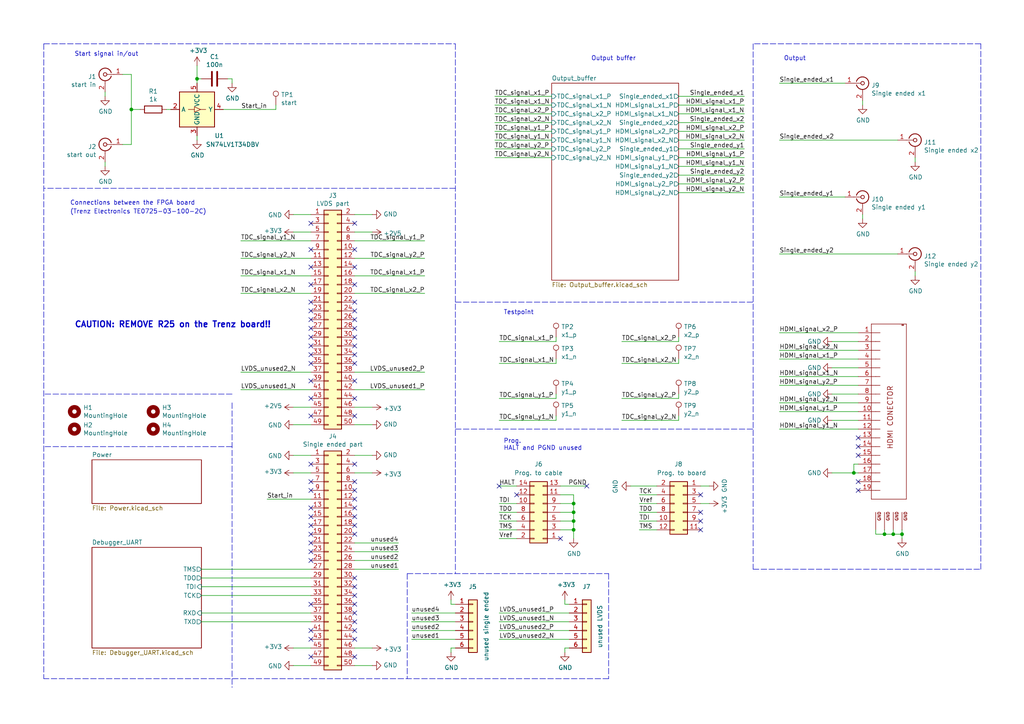
<source format=kicad_sch>
(kicad_sch (version 20211123) (generator eeschema)
  (paper "A4")
  (title_block (title "Electron Generator") (date "2022-02-28"))
  (lib_symbols
    (symbol "Connector:Conn_Coaxial" (pin_names (offset 1.016) hide)
      (property "Reference" "J" (at 0.254 3.048 0))
      (property "Value" "Connector_Conn_Coaxial" (at 2.921 0 90))
      (symbol "Conn_Coaxial_1_1"
        (pin passive line (at -5.08 0 0) (length 2.54) (name "In") (number "1"))
        (pin passive line (at 0 -5.08 90) (length 2.54) (name "Ext") (number "2"))
      )
    )
    (symbol "Connector:TestPoint" (pin_numbers hide) (pin_names (offset 0.762) hide)
      (property "Reference" "TP" (at 0 6.858 0))
      (property "Value" "Connector_TestPoint" (at 0 5.08 0))
      (symbol "TestPoint_1_1"
        (pin passive line (at 0 0 90) (length 2.54) (name "1") (number "1"))
      )
    )
    (symbol "Connector_Generic:Conn_01x06" (pin_names (offset 1.016) hide)
      (property "Reference" "J" (at 0 7.62 0))
      (property "Value" "Connector_Generic_Conn_01x06" (at 0 -10.16 0))
      (symbol "Conn_01x06_1_1"
        (pin passive line (at -5.08 5.08 0) (length 3.81) (name "Pin_1") (number "1"))
        (pin passive line (at -5.08 2.54 0) (length 3.81) (name "Pin_2") (number "2"))
        (pin passive line (at -5.08 0 0) (length 3.81) (name "Pin_3") (number "3"))
        (pin passive line (at -5.08 -2.54 0) (length 3.81) (name "Pin_4") (number "4"))
        (pin passive line (at -5.08 -5.08 0) (length 3.81) (name "Pin_5") (number "5"))
        (pin passive line (at -5.08 -7.62 0) (length 3.81) (name "Pin_6") (number "6"))
      )
    )
    (symbol "Connector_Generic:Conn_02x06_Odd_Even" (pin_names (offset 1.016) hide)
      (property "Reference" "J" (at 1.27 7.62 0))
      (property "Value" "Connector_Generic_Conn_02x06_Odd_Even" (at 1.27 -10.16 0))
      (symbol "Conn_02x06_Odd_Even_1_1"
        (pin passive line (at -5.08 5.08 0) (length 3.81) (name "Pin_1") (number "1"))
        (pin passive line (at 7.62 -5.08 180) (length 3.81) (name "Pin_10") (number "10"))
        (pin passive line (at -5.08 -7.62 0) (length 3.81) (name "Pin_11") (number "11"))
        (pin passive line (at 7.62 -7.62 180) (length 3.81) (name "Pin_12") (number "12"))
        (pin passive line (at 7.62 5.08 180) (length 3.81) (name "Pin_2") (number "2"))
        (pin passive line (at -5.08 2.54 0) (length 3.81) (name "Pin_3") (number "3"))
        (pin passive line (at 7.62 2.54 180) (length 3.81) (name "Pin_4") (number "4"))
        (pin passive line (at -5.08 0 0) (length 3.81) (name "Pin_5") (number "5"))
        (pin passive line (at 7.62 0 180) (length 3.81) (name "Pin_6") (number "6"))
        (pin passive line (at -5.08 -2.54 0) (length 3.81) (name "Pin_7") (number "7"))
        (pin passive line (at 7.62 -2.54 180) (length 3.81) (name "Pin_8") (number "8"))
        (pin passive line (at -5.08 -5.08 0) (length 3.81) (name "Pin_9") (number "9"))
      )
    )
    (symbol "Connector_Generic:Conn_02x07_Odd_Even" (pin_names (offset 1.016) hide)
      (property "Reference" "J" (at 1.27 10.16 0))
      (property "Value" "Connector_Generic_Conn_02x07_Odd_Even" (at 1.27 -10.16 0))
      (symbol "Conn_02x07_Odd_Even_1_1"
        (pin passive line (at -5.08 7.62 0) (length 3.81) (name "Pin_1") (number "1"))
        (pin passive line (at 7.62 -2.54 180) (length 3.81) (name "Pin_10") (number "10"))
        (pin passive line (at -5.08 -5.08 0) (length 3.81) (name "Pin_11") (number "11"))
        (pin passive line (at 7.62 -5.08 180) (length 3.81) (name "Pin_12") (number "12"))
        (pin passive line (at -5.08 -7.62 0) (length 3.81) (name "Pin_13") (number "13"))
        (pin passive line (at 7.62 -7.62 180) (length 3.81) (name "Pin_14") (number "14"))
        (pin passive line (at 7.62 7.62 180) (length 3.81) (name "Pin_2") (number "2"))
        (pin passive line (at -5.08 5.08 0) (length 3.81) (name "Pin_3") (number "3"))
        (pin passive line (at 7.62 5.08 180) (length 3.81) (name "Pin_4") (number "4"))
        (pin passive line (at -5.08 2.54 0) (length 3.81) (name "Pin_5") (number "5"))
        (pin passive line (at 7.62 2.54 180) (length 3.81) (name "Pin_6") (number "6"))
        (pin passive line (at -5.08 0 0) (length 3.81) (name "Pin_7") (number "7"))
        (pin passive line (at 7.62 0 180) (length 3.81) (name "Pin_8") (number "8"))
        (pin passive line (at -5.08 -2.54 0) (length 3.81) (name "Pin_9") (number "9"))
      )
    )
    (symbol "Connector_Generic:Conn_02x25_Odd_Even" (pin_names (offset 1.016) hide)
      (property "Reference" "J" (at 1.27 33.02 0))
      (property "Value" "Connector_Generic_Conn_02x25_Odd_Even" (at 1.27 -33.02 0))
      (symbol "Conn_02x25_Odd_Even_1_1"
        (pin passive line (at -5.08 30.48 0) (length 3.81) (name "Pin_1") (number "1"))
        (pin passive line (at 7.62 20.32 180) (length 3.81) (name "Pin_10") (number "10"))
        (pin passive line (at -5.08 17.78 0) (length 3.81) (name "Pin_11") (number "11"))
        (pin passive line (at 7.62 17.78 180) (length 3.81) (name "Pin_12") (number "12"))
        (pin passive line (at -5.08 15.24 0) (length 3.81) (name "Pin_13") (number "13"))
        (pin passive line (at 7.62 15.24 180) (length 3.81) (name "Pin_14") (number "14"))
        (pin passive line (at -5.08 12.7 0) (length 3.81) (name "Pin_15") (number "15"))
        (pin passive line (at 7.62 12.7 180) (length 3.81) (name "Pin_16") (number "16"))
        (pin passive line (at -5.08 10.16 0) (length 3.81) (name "Pin_17") (number "17"))
        (pin passive line (at 7.62 10.16 180) (length 3.81) (name "Pin_18") (number "18"))
        (pin passive line (at -5.08 7.62 0) (length 3.81) (name "Pin_19") (number "19"))
        (pin passive line (at 7.62 30.48 180) (length 3.81) (name "Pin_2") (number "2"))
        (pin passive line (at 7.62 7.62 180) (length 3.81) (name "Pin_20") (number "20"))
        (pin passive line (at -5.08 5.08 0) (length 3.81) (name "Pin_21") (number "21"))
        (pin passive line (at 7.62 5.08 180) (length 3.81) (name "Pin_22") (number "22"))
        (pin passive line (at -5.08 2.54 0) (length 3.81) (name "Pin_23") (number "23"))
        (pin passive line (at 7.62 2.54 180) (length 3.81) (name "Pin_24") (number "24"))
        (pin passive line (at -5.08 0 0) (length 3.81) (name "Pin_25") (number "25"))
        (pin passive line (at 7.62 0 180) (length 3.81) (name "Pin_26") (number "26"))
        (pin passive line (at -5.08 -2.54 0) (length 3.81) (name "Pin_27") (number "27"))
        (pin passive line (at 7.62 -2.54 180) (length 3.81) (name "Pin_28") (number "28"))
        (pin passive line (at -5.08 -5.08 0) (length 3.81) (name "Pin_29") (number "29"))
        (pin passive line (at -5.08 27.94 0) (length 3.81) (name "Pin_3") (number "3"))
        (pin passive line (at 7.62 -5.08 180) (length 3.81) (name "Pin_30") (number "30"))
        (pin passive line (at -5.08 -7.62 0) (length 3.81) (name "Pin_31") (number "31"))
        (pin passive line (at 7.62 -7.62 180) (length 3.81) (name "Pin_32") (number "32"))
        (pin passive line (at -5.08 -10.16 0) (length 3.81) (name "Pin_33") (number "33"))
        (pin passive line (at 7.62 -10.16 180) (length 3.81) (name "Pin_34") (number "34"))
        (pin passive line (at -5.08 -12.7 0) (length 3.81) (name "Pin_35") (number "35"))
        (pin passive line (at 7.62 -12.7 180) (length 3.81) (name "Pin_36") (number "36"))
        (pin passive line (at -5.08 -15.24 0) (length 3.81) (name "Pin_37") (number "37"))
        (pin passive line (at 7.62 -15.24 180) (length 3.81) (name "Pin_38") (number "38"))
        (pin passive line (at -5.08 -17.78 0) (length 3.81) (name "Pin_39") (number "39"))
        (pin passive line (at 7.62 27.94 180) (length 3.81) (name "Pin_4") (number "4"))
        (pin passive line (at 7.62 -17.78 180) (length 3.81) (name "Pin_40") (number "40"))
        (pin passive line (at -5.08 -20.32 0) (length 3.81) (name "Pin_41") (number "41"))
        (pin passive line (at 7.62 -20.32 180) (length 3.81) (name "Pin_42") (number "42"))
        (pin passive line (at -5.08 -22.86 0) (length 3.81) (name "Pin_43") (number "43"))
        (pin passive line (at 7.62 -22.86 180) (length 3.81) (name "Pin_44") (number "44"))
        (pin passive line (at -5.08 -25.4 0) (length 3.81) (name "Pin_45") (number "45"))
        (pin passive line (at 7.62 -25.4 180) (length 3.81) (name "Pin_46") (number "46"))
        (pin passive line (at -5.08 -27.94 0) (length 3.81) (name "Pin_47") (number "47"))
        (pin passive line (at 7.62 -27.94 180) (length 3.81) (name "Pin_48") (number "48"))
        (pin passive line (at -5.08 -30.48 0) (length 3.81) (name "Pin_49") (number "49"))
        (pin passive line (at -5.08 25.4 0) (length 3.81) (name "Pin_5") (number "5"))
        (pin passive line (at 7.62 -30.48 180) (length 3.81) (name "Pin_50") (number "50"))
        (pin passive line (at 7.62 25.4 180) (length 3.81) (name "Pin_6") (number "6"))
        (pin passive line (at -5.08 22.86 0) (length 3.81) (name "Pin_7") (number "7"))
        (pin passive line (at 7.62 22.86 180) (length 3.81) (name "Pin_8") (number "8"))
        (pin passive line (at -5.08 20.32 0) (length 3.81) (name "Pin_9") (number "9"))
      )
    )
    (symbol "Device:C" (pin_numbers hide) (pin_names (offset 0.254))
      (property "Reference" "C" (at 0.635 2.54 0))
      (property "Value" "Device_C" (at 0.635 -2.54 0))
      (symbol "C_1_1"
        (pin passive line (at 0 3.81 270) (length 2.794) (name "~") (number "1"))
        (pin passive line (at 0 -3.81 90) (length 2.794) (name "~") (number "2"))
      )
    )
    (symbol "Device:R" (pin_numbers hide) (pin_names (offset 0))
      (property "Reference" "R" (at 2.032 0 90))
      (property "Value" "Device_R" (at 0 0 90))
      (symbol "R_1_1"
        (pin passive line (at 0 3.81 270) (length 1.27) (name "~") (number "1"))
        (pin passive line (at 0 -3.81 90) (length 1.27) (name "~") (number "2"))
      )
    )
    (symbol "ML-DLD_CFD-TestBench_V1.0-eagle-import:HDMI_CONNECTOR90°" (pin_names (offset 1.016))
      (symbol "HDMI_CONNECTOR90°_1_0"
        (text "BB" (at -18.3642 -24.892 0) (effects (font (size 0.3302 0.3302)) (justify left bottom)))
        (text "HDMI CONECTOR" (at -15.24 -7.62 900) (effects (font (size 1.4986 1.4986)) (justify left bottom)))
        (pin passive line (at -5.08 -22.86 180) (length 5.08) (name "1") (number "1"))
        (pin passive line (at -5.08 0 180) (length 5.08) (name "10") (number "10"))
        (pin passive line (at -5.08 2.54 180) (length 5.08) (name "11") (number "11"))
        (pin passive line (at -5.08 5.08 180) (length 5.08) (name "12") (number "12"))
        (pin passive line (at -5.08 7.62 180) (length 5.08) (name "13") (number "13"))
        (pin passive line (at -5.08 10.16 180) (length 5.08) (name "14") (number "14"))
        (pin passive line (at -5.08 12.7 180) (length 5.08) (name "15") (number "15"))
        (pin passive line (at -5.08 15.24 180) (length 5.08) (name "16") (number "16"))
        (pin passive line (at -5.08 17.78 180) (length 5.08) (name "17") (number "17"))
        (pin passive line (at -5.08 20.32 180) (length 5.08) (name "18") (number "18"))
        (pin passive line (at -5.08 22.86 180) (length 5.08) (name "19") (number "19"))
        (pin passive line (at -5.08 -20.32 180) (length 5.08) (name "2") (number "2"))
        (pin passive line (at -5.08 -17.78 180) (length 5.08) (name "3") (number "3"))
        (pin passive line (at -5.08 -15.24 180) (length 5.08) (name "4") (number "4"))
        (pin passive line (at -5.08 -12.7 180) (length 5.08) (name "5") (number "5"))
        (pin passive line (at -5.08 -10.16 180) (length 5.08) (name "6") (number "6"))
        (pin passive line (at -5.08 -7.62 180) (length 5.08) (name "7") (number "7"))
        (pin passive line (at -5.08 -5.08 180) (length 5.08) (name "8") (number "8"))
        (pin passive line (at -5.08 -2.54 180) (length 5.08) (name "9") (number "9"))
      )
      (symbol "HDMI_CONNECTOR90°_2_0"
        (text "GND" (at 1.524 2.54 900) (effects (font (size 0.8636 0.8636)) (justify left bottom)))
        (pin power_in line (at 0 0 90) (length 5.08) (name "GND") (number "P$1"))
      )
      (symbol "HDMI_CONNECTOR90°_3_0"
        (text "GND" (at 1.524 2.54 900) (effects (font (size 0.8636 0.8636)) (justify left bottom)))
        (pin power_in line (at 0 0 90) (length 5.08) (name "GND") (number "P$2"))
      )
      (symbol "HDMI_CONNECTOR90°_4_0"
        (text "GND" (at 1.524 2.54 900) (effects (font (size 0.8636 0.8636)) (justify left bottom)))
        (pin power_in line (at 0 0 90) (length 5.08) (name "GND") (number "P$3"))
      )
      (symbol "HDMI_CONNECTOR90°_5_0"
        (text "GND" (at 1.524 2.54 900) (effects (font (size 0.8636 0.8636)) (justify left bottom)))
        (pin power_in line (at 0 0 90) (length 5.08) (name "GND") (number "P$4"))
      )
    )
    (symbol "Mechanical:MountingHole" (pin_names (offset 1.016))
      (property "Reference" "H" (at 0 5.08 0))
      (property "Value" "Mechanical_MountingHole" (at 0 3.175 0))
    )
    (symbol "SN74LV1:SN74LV1T34DBV"
      (property "Reference" "U" (at 5.08 6.35 0))
      (property "Value" "SN74LV1T34DBV" (at 5.08 3.81 0))
      (symbol "SN74LV1T34DBV_1_1"
        (pin no_connect line (at -5.08 2.54 0) (length 2.54) hide (name "NC") (number "1"))
        (pin input line (at -7.62 0 0) (length 2.54) (name "A") (number "2"))
        (pin power_in line (at 0 -7.62 90) (length 2.54) (name "GND") (number "3"))
        (pin output line (at 7.62 0 180) (length 2.54) (name "Y") (number "4"))
        (pin power_in line (at 0 7.62 270) (length 2.54) (name "VCC") (number "5"))
      )
    )
    (symbol "power:+2V5" (power) (pin_names (offset 0))
      (property "Value" "power_+2V5" (at 0 3.556 0))
      (symbol "+2V5_1_1"
        (pin power_in line (at 0 0 90) (length 0) hide (name "+2V5") (number "1"))
      )
    )
    (symbol "power:+3.3V" (power) (pin_names (offset 0))
      (property "Value" "power_+3.3V" (at 0 3.556 0))
      (symbol "+3.3V_1_1"
        (pin power_in line (at 0 0 90) (length 0) hide (name "+3V3") (number "1"))
      )
    )
    (symbol "power:GND" (power) (pin_names (offset 0))
      (property "Value" "power_GND" (at 0 -3.81 0))
      (symbol "GND_1_1"
        (pin power_in line (at 0 0 270) (length 0) hide (name "GND") (number "1"))
      )
    )
  )
  (junction (at 38.1 31.75))
  (junction (at 166.37 146.05))
  (junction (at 57.15 22.86))
  (junction (at 166.37 148.59))
  (junction (at 261.62 154.94))
  (junction (at 256.54 154.94))
  (junction (at 166.37 151.13))
  (junction (at 166.37 153.67))
  (junction (at 247.65 137.16))
  (junction (at 259.08 154.94))
  (no_connect (at 102.87 190.5))
  (no_connect (at 102.87 182.88))
  (no_connect (at 102.87 180.34))
  (no_connect (at 102.87 170.18))
  (no_connect (at 90.17 162.56))
  (no_connect (at 102.87 100.33))
  (no_connect (at 170.18 140.97))
  (no_connect (at 102.87 185.42))
  (no_connect (at 248.92 132.08))
  (no_connect (at 90.17 64.77))
  (no_connect (at 102.87 154.94))
  (no_connect (at 90.17 120.65))
  (no_connect (at 102.87 64.77))
  (no_connect (at 90.17 149.86))
  (no_connect (at 102.87 177.8))
  (no_connect (at 149.86 143.51))
  (no_connect (at 102.87 142.24))
  (no_connect (at 102.87 172.72))
  (no_connect (at 102.87 95.25))
  (no_connect (at 90.17 102.87))
  (no_connect (at 90.17 160.02))
  (no_connect (at 102.87 167.64))
  (no_connect (at 203.2 153.67))
  (no_connect (at 90.17 139.7))
  (no_connect (at 90.17 77.47))
  (no_connect (at 90.17 185.42))
  (no_connect (at 90.17 100.33))
  (no_connect (at 90.17 87.63))
  (no_connect (at 203.2 148.59))
  (no_connect (at 90.17 82.55))
  (no_connect (at 102.87 115.57))
  (no_connect (at 90.17 190.5))
  (no_connect (at 90.17 134.62))
  (no_connect (at 102.87 90.17))
  (no_connect (at 102.87 105.41))
  (no_connect (at 90.17 105.41))
  (no_connect (at 102.87 144.78))
  (no_connect (at 90.17 175.26))
  (no_connect (at 203.2 151.13))
  (no_connect (at 102.87 77.47))
  (no_connect (at 102.87 139.7))
  (no_connect (at 90.17 97.79))
  (no_connect (at 90.17 90.17))
  (no_connect (at 102.87 97.79))
  (no_connect (at 203.2 143.51))
  (no_connect (at 102.87 147.32))
  (no_connect (at 90.17 115.57))
  (no_connect (at 102.87 134.62))
  (no_connect (at 90.17 182.88))
  (no_connect (at 90.17 157.48))
  (no_connect (at 90.17 110.49))
  (no_connect (at 102.87 92.71))
  (no_connect (at 90.17 142.24))
  (no_connect (at 102.87 110.49))
  (no_connect (at 248.92 142.24))
  (no_connect (at 102.87 149.86))
  (no_connect (at 90.17 95.25))
  (no_connect (at 102.87 120.65))
  (no_connect (at 90.17 147.32))
  (no_connect (at 162.56 156.21))
  (no_connect (at 102.87 102.87))
  (no_connect (at 90.17 72.39))
  (no_connect (at 248.92 139.7))
  (no_connect (at 102.87 82.55))
  (no_connect (at 248.92 129.54))
  (no_connect (at 90.17 152.4))
  (no_connect (at 90.17 92.71))
  (no_connect (at 144.78 140.97))
  (no_connect (at 248.92 127))
  (no_connect (at 102.87 175.26))
  (no_connect (at 102.87 87.63))
  (no_connect (at 90.17 154.94))
  (no_connect (at 102.87 152.4))
  (no_connect (at 102.87 72.39))
  (wire (pts (xy 180.34 115.57) (xy 196.85 115.57)))
  (wire (pts (xy 119.38 177.8) (xy 132.08 177.8)))
  (wire (pts (xy 250.19 30.48) (xy 250.19 29.21)))
  (wire (pts (xy 196.85 30.48) (xy 215.9 30.48)))
  (polyline (pts (xy 67.31 114.3) (xy 12.7 114.3)))
  (wire (pts (xy 90.17 118.11) (xy 85.09 118.11)))
  (wire (pts (xy 30.48 27.94) (xy 30.48 26.67)))
  (polyline (pts (xy 132.08 87.63) (xy 218.44 87.63)))
  (wire (pts (xy 261.62 154.94) (xy 261.62 153.67)))
  (wire (pts (xy 144.78 156.21) (xy 149.86 156.21)))
  (wire (pts (xy 260.35 73.66) (xy 226.06 73.66)))
  (wire (pts (xy 132.08 187.96) (xy 130.81 187.96)))
  (wire (pts (xy 69.85 74.93) (xy 90.17 74.93)))
  (wire (pts (xy 162.56 146.05) (xy 166.37 146.05)))
  (wire (pts (xy 226.06 119.38) (xy 248.92 119.38)))
  (wire (pts (xy 115.57 162.56) (xy 102.87 162.56)))
  (wire (pts (xy 166.37 153.67) (xy 162.56 153.67)))
  (wire (pts (xy 182.88 140.97) (xy 190.5 140.97)))
  (wire (pts (xy 162.56 151.13) (xy 166.37 151.13)))
  (wire (pts (xy 102.87 193.04) (xy 107.95 193.04)))
  (wire (pts (xy 196.85 50.8) (xy 215.9 50.8)))
  (polyline (pts (xy 218.44 12.7) (xy 218.44 165.1)))
  (polyline (pts (xy 118.11 166.37) (xy 118.11 196.85)))
  (wire (pts (xy 166.37 143.51) (xy 162.56 143.51)))
  (polyline (pts (xy 132.08 124.46) (xy 218.44 124.46)))
  (wire (pts (xy 248.92 114.3) (xy 241.3 114.3)))
  (wire (pts (xy 69.85 85.09) (xy 90.17 85.09)))
  (wire (pts (xy 248.92 134.62) (xy 247.65 134.62)))
  (wire (pts (xy 226.06 109.22) (xy 248.92 109.22)))
  (wire (pts (xy 90.17 187.96) (xy 85.09 187.96)))
  (wire (pts (xy 215.9 40.64) (xy 196.85 40.64)))
  (wire (pts (xy 250.19 63.5) (xy 250.19 62.23)))
  (wire (pts (xy 163.83 187.96) (xy 165.1 187.96)))
  (wire (pts (xy 85.09 132.08) (xy 90.17 132.08)))
  (wire (pts (xy 144.78 180.34) (xy 165.1 180.34)))
  (wire (pts (xy 185.42 143.51) (xy 190.5 143.51)))
  (wire (pts (xy 161.29 99.06) (xy 161.29 97.79)))
  (wire (pts (xy 162.56 140.97) (xy 170.18 140.97)))
  (wire (pts (xy 115.57 157.48) (xy 102.87 157.48)))
  (wire (pts (xy 30.48 48.26) (xy 30.48 46.99)))
  (wire (pts (xy 119.38 180.34) (xy 132.08 180.34)))
  (wire (pts (xy 130.81 175.26) (xy 132.08 175.26)))
  (wire (pts (xy 161.29 105.41) (xy 161.29 104.14)))
  (wire (pts (xy 248.92 124.46) (xy 226.06 124.46)))
  (wire (pts (xy 163.83 175.26) (xy 163.83 173.99)))
  (wire (pts (xy 166.37 146.05) (xy 166.37 143.51)))
  (polyline (pts (xy 218.44 165.1) (xy 284.48 165.1)))
  (polyline (pts (xy 118.11 166.37) (xy 176.53 166.37)))
  (wire (pts (xy 143.51 45.72) (xy 160.02 45.72)))
  (wire (pts (xy 226.06 101.6) (xy 248.92 101.6)))
  (wire (pts (xy 196.85 35.56) (xy 215.9 35.56)))
  (wire (pts (xy 143.51 35.56) (xy 160.02 35.56)))
  (wire (pts (xy 196.85 115.57) (xy 196.85 114.3)))
  (wire (pts (xy 248.92 121.92) (xy 241.3 121.92)))
  (polyline (pts (xy 176.53 196.85) (xy 12.7 196.85)))
  (wire (pts (xy 107.95 187.96) (xy 102.87 187.96)))
  (wire (pts (xy 180.34 121.92) (xy 196.85 121.92)))
  (wire (pts (xy 260.35 40.64) (xy 226.06 40.64)))
  (wire (pts (xy 119.38 185.42) (xy 132.08 185.42)))
  (wire (pts (xy 115.57 165.1) (xy 102.87 165.1)))
  (wire (pts (xy 248.92 104.14) (xy 226.06 104.14)))
  (wire (pts (xy 102.87 74.93) (xy 123.19 74.93)))
  (wire (pts (xy 57.15 22.86) (xy 57.15 19.05)))
  (wire (pts (xy 102.87 85.09) (xy 123.19 85.09)))
  (wire (pts (xy 90.17 144.78) (xy 77.47 144.78)))
  (polyline (pts (xy 176.53 166.37) (xy 176.53 196.85)))
  (polyline (pts (xy 284.48 12.7) (xy 218.44 12.7)))
  (wire (pts (xy 144.78 115.57) (xy 161.29 115.57)))
  (wire (pts (xy 196.85 105.41) (xy 196.85 104.14)))
  (wire (pts (xy 69.85 80.01) (xy 90.17 80.01)))
  (wire (pts (xy 90.17 62.23) (xy 85.09 62.23)))
  (wire (pts (xy 149.86 153.67) (xy 144.78 153.67)))
  (wire (pts (xy 205.74 140.97) (xy 203.2 140.97)))
  (wire (pts (xy 102.87 118.11) (xy 107.95 118.11)))
  (wire (pts (xy 166.37 153.67) (xy 166.37 151.13)))
  (wire (pts (xy 85.09 123.19) (xy 90.17 123.19)))
  (wire (pts (xy 58.42 177.8) (xy 90.17 177.8)))
  (wire (pts (xy 165.1 175.26) (xy 163.83 175.26)))
  (wire (pts (xy 180.34 99.06) (xy 196.85 99.06)))
  (polyline (pts (xy 67.31 116.84) (xy 67.31 199.39)))
  (wire (pts (xy 196.85 121.92) (xy 196.85 120.65)))
  (wire (pts (xy 90.17 67.31) (xy 85.09 67.31)))
  (wire (pts (xy 144.78 146.05) (xy 149.86 146.05)))
  (wire (pts (xy 248.92 99.06) (xy 241.3 99.06)))
  (wire (pts (xy 259.08 154.94) (xy 259.08 153.67)))
  (wire (pts (xy 161.29 115.57) (xy 161.29 114.3)))
  (wire (pts (xy 144.78 105.41) (xy 161.29 105.41)))
  (wire (pts (xy 57.15 40.64) (xy 57.15 39.37)))
  (polyline (pts (xy 284.48 165.1) (xy 284.48 12.7)))
  (wire (pts (xy 67.31 24.13) (xy 67.31 22.86)))
  (wire (pts (xy 265.43 80.01) (xy 265.43 78.74)))
  (wire (pts (xy 205.74 146.05) (xy 203.2 146.05)))
  (wire (pts (xy 58.42 165.1) (xy 90.17 165.1)))
  (wire (pts (xy 102.87 107.95) (xy 123.19 107.95)))
  (wire (pts (xy 35.56 41.91) (xy 38.1 41.91)))
  (wire (pts (xy 261.62 156.21) (xy 261.62 154.94)))
  (wire (pts (xy 166.37 156.21) (xy 166.37 153.67)))
  (wire (pts (xy 248.92 96.52) (xy 226.06 96.52)))
  (wire (pts (xy 143.51 38.1) (xy 160.02 38.1)))
  (wire (pts (xy 149.86 148.59) (xy 144.78 148.59)))
  (wire (pts (xy 247.65 137.16) (xy 248.92 137.16)))
  (wire (pts (xy 226.06 24.13) (xy 245.11 24.13)))
  (polyline (pts (xy 67.31 129.54) (xy 12.7 129.54)))
  (wire (pts (xy 57.15 22.86) (xy 57.15 24.13)))
  (wire (pts (xy 180.34 105.41) (xy 196.85 105.41)))
  (wire (pts (xy 259.08 154.94) (xy 256.54 154.94)))
  (wire (pts (xy 69.85 107.95) (xy 90.17 107.95)))
  (wire (pts (xy 261.62 154.94) (xy 259.08 154.94)))
  (wire (pts (xy 215.9 27.94) (xy 196.85 27.94)))
  (wire (pts (xy 241.3 137.16) (xy 247.65 137.16)))
  (wire (pts (xy 102.87 113.03) (xy 123.19 113.03)))
  (wire (pts (xy 144.78 140.97) (xy 149.86 140.97)))
  (wire (pts (xy 107.95 123.19) (xy 102.87 123.19)))
  (wire (pts (xy 166.37 148.59) (xy 166.37 146.05)))
  (wire (pts (xy 196.85 53.34) (xy 215.9 53.34)))
  (wire (pts (xy 80.01 30.48) (xy 80.01 31.75)))
  (wire (pts (xy 226.06 57.15) (xy 245.11 57.15)))
  (wire (pts (xy 107.95 62.23) (xy 102.87 62.23)))
  (wire (pts (xy 102.87 80.01) (xy 123.19 80.01)))
  (wire (pts (xy 256.54 154.94) (xy 256.54 153.67)))
  (wire (pts (xy 38.1 21.59) (xy 35.56 21.59)))
  (wire (pts (xy 85.09 193.04) (xy 90.17 193.04)))
  (wire (pts (xy 166.37 148.59) (xy 162.56 148.59)))
  (wire (pts (xy 119.38 182.88) (xy 132.08 182.88)))
  (wire (pts (xy 102.87 132.08) (xy 107.95 132.08)))
  (wire (pts (xy 90.17 137.16) (xy 85.09 137.16)))
  (wire (pts (xy 196.85 45.72) (xy 215.9 45.72)))
  (wire (pts (xy 90.17 180.34) (xy 58.42 180.34)))
  (wire (pts (xy 90.17 167.64) (xy 58.42 167.64)))
  (polyline (pts (xy 132.08 54.61) (xy 12.7 54.61)))
  (wire (pts (xy 143.51 27.94) (xy 160.02 27.94)))
  (wire (pts (xy 166.37 151.13) (xy 166.37 148.59)))
  (wire (pts (xy 196.85 43.18) (xy 215.9 43.18)))
  (wire (pts (xy 144.78 121.92) (xy 161.29 121.92)))
  (wire (pts (xy 196.85 99.06) (xy 196.85 97.79)))
  (wire (pts (xy 185.42 151.13) (xy 190.5 151.13)))
  (wire (pts (xy 247.65 134.62) (xy 247.65 137.16)))
  (wire (pts (xy 185.42 153.67) (xy 190.5 153.67)))
  (wire (pts (xy 215.9 33.02) (xy 196.85 33.02)))
  (wire (pts (xy 67.31 22.86) (xy 66.04 22.86)))
  (wire (pts (xy 102.87 69.85) (xy 123.19 69.85)))
  (wire (pts (xy 38.1 31.75) (xy 38.1 21.59)))
  (wire (pts (xy 163.83 189.23) (xy 163.83 187.96)))
  (wire (pts (xy 143.51 43.18) (xy 160.02 43.18)))
  (wire (pts (xy 69.85 69.85) (xy 90.17 69.85)))
  (polyline (pts (xy 12.7 12.7) (xy 12.7 196.85)))
  (wire (pts (xy 143.51 33.02) (xy 160.02 33.02)))
  (wire (pts (xy 196.85 38.1) (xy 215.9 38.1)))
  (wire (pts (xy 69.85 113.03) (xy 90.17 113.03)))
  (wire (pts (xy 248.92 106.68) (xy 241.3 106.68)))
  (wire (pts (xy 185.42 146.05) (xy 190.5 146.05)))
  (wire (pts (xy 38.1 41.91) (xy 38.1 31.75)))
  (wire (pts (xy 58.42 22.86) (xy 57.15 22.86)))
  (wire (pts (xy 254 154.94) (xy 254 153.67)))
  (wire (pts (xy 248.92 111.76) (xy 226.06 111.76)))
  (wire (pts (xy 115.57 160.02) (xy 102.87 160.02)))
  (wire (pts (xy 215.9 48.26) (xy 196.85 48.26)))
  (wire (pts (xy 144.78 151.13) (xy 149.86 151.13)))
  (wire (pts (xy 144.78 185.42) (xy 165.1 185.42)))
  (wire (pts (xy 64.77 31.75) (xy 80.01 31.75)))
  (wire (pts (xy 161.29 121.92) (xy 161.29 120.65)))
  (wire (pts (xy 265.43 46.99) (xy 265.43 45.72)))
  (polyline (pts (xy 12.7 12.7) (xy 132.08 12.7)))
  (wire (pts (xy 185.42 148.59) (xy 190.5 148.59)))
  (wire (pts (xy 130.81 173.99) (xy 130.81 175.26)))
  (wire (pts (xy 226.06 116.84) (xy 248.92 116.84)))
  (wire (pts (xy 102.87 67.31) (xy 107.95 67.31)))
  (wire (pts (xy 107.95 137.16) (xy 102.87 137.16)))
  (polyline (pts (xy 132.08 12.7) (xy 132.08 166.37)))
  (wire (pts (xy 130.81 187.96) (xy 130.81 189.23)))
  (wire (pts (xy 143.51 40.64) (xy 160.02 40.64)))
  (wire (pts (xy 90.17 172.72) (xy 58.42 172.72)))
  (wire (pts (xy 165.1 182.88) (xy 144.78 182.88)))
  (wire (pts (xy 165.1 177.8) (xy 144.78 177.8)))
  (wire (pts (xy 58.42 170.18) (xy 90.17 170.18)))
  (wire (pts (xy 144.78 99.06) (xy 161.29 99.06)))
  (wire (pts (xy 143.51 30.48) (xy 160.02 30.48)))
  (wire (pts (xy 215.9 55.88) (xy 196.85 55.88)))
  (wire (pts (xy 40.64 31.75) (xy 38.1 31.75)))
  (wire (pts (xy 256.54 154.94) (xy 254 154.94)))
  (wire (pts (xy 48.26 31.75) (xy 49.53 31.75)))
  (text "Prog.\nHALT and PGND unused" (at 146.05 130.81 0) (effects (font (size 1.27 1.27)) (justify left bottom)))
  (text "Output" (at 227.33 17.78 0) (effects (font (size 1.27 1.27)) (justify left bottom)))
  (text "Output buffer" (at 171.45 17.78 0) (effects (font (size 1.27 1.27)) (justify left bottom)))
  (text "CAUTION: REMOVE R25 on the Trenz board!!" (at 21.59 95.25 0) (effects (font (size 1.7 1.7) (thickness 0.34) bold) (justify left bottom)))
  (text "Testpoint\n" (at 146.05 91.44 0) (effects (font (size 1.27 1.27)) (justify left bottom)))
  (text "Connections between the FPGA board" (at 20.32 59.69 0) (effects (font (size 1.27 1.27)) (justify left bottom)))
  (text "(Trenz Electronics TE0725-03-100-2C)" (at 20.32 62.23 0) (effects (font (size 1.27 1.27)) (justify left bottom)))
  (text "Start signal in/out" (at 21.59 16.51 0) (effects (font (size 1.27 1.27)) (justify left bottom)))
  (label "TDC_signal_x2_P" (at 123.19 85.09 180))
  (label "TDC_signal_y1_P" (at 144.78 115.57 0))
  (label "HDMI_signal_y1_N" (at 215.9 48.26 180))
  (label "HDMI_signal_y2_N" (at 215.9 55.88 180))
  (label "TDC_signal_x1_P" (at 143.51 27.94 0))
  (label "TDC_signal_y2_N" (at 180.34 121.92 0))
  (label "unused1" (at 115.57 165.1 180))
  (label "HDMI_signal_y1_P" (at 215.9 45.72 180))
  (label "TMS" (at 144.78 153.67 0))
  (label "LVDS_unused2_P" (at 123.19 107.95 180))
  (label "TDC_signal_x1_N" (at 143.51 30.48 0))
  (label "HDMI_signal_x2_P" (at 226.06 96.52 0))
  (label "TDC_signal_x2_N" (at 69.85 85.09 0))
  (label "Single_ended_y1" (at 226.06 57.15 0))
  (label "TDC_signal_x1_N" (at 144.78 105.41 0))
  (label "TDC_signal_y1_P" (at 123.19 69.85 180))
  (label "LVDS_unused1_N" (at 69.85 113.03 0))
  (label "HALT" (at 144.78 140.97 0))
  (label "TDC_signal_x2_P" (at 180.34 99.06 0))
  (label "Single_ended_x2" (at 215.9 35.56 180))
  (label "TDC_signal_y1_N" (at 69.85 69.85 0))
  (label "HDMI_signal_y1_P" (at 226.06 119.38 0))
  (label "TCK" (at 185.42 143.51 0))
  (label "Single_ended_x2" (at 226.06 40.64 0))
  (label "HDMI_signal_y2_P" (at 215.9 53.34 180))
  (label "TDO" (at 185.42 148.59 0))
  (label "HDMI_signal_y1_N" (at 226.06 124.46 0))
  (label "Vref" (at 185.42 146.05 0))
  (label "TDC_signal_x1_P" (at 123.19 80.01 180))
  (label "Single_ended_y2" (at 215.9 50.8 180))
  (label "HDMI_signal_x1_N" (at 226.06 109.22 0))
  (label "Start_in" (at 77.47 31.75 180))
  (label "unused4" (at 119.38 177.8 0))
  (label "unused4" (at 115.57 157.48 180))
  (label "Vref" (at 144.78 156.21 0))
  (label "LVDS_unused2_P" (at 144.78 182.88 0))
  (label "LVDS_unused2_N" (at 69.85 107.95 0))
  (label "PGND" (at 170.18 140.97 180))
  (label "TDC_signal_y1_N" (at 143.51 40.64 0))
  (label "TDC_signal_x2_N" (at 180.34 105.41 0))
  (label "TDC_signal_y2_N" (at 69.85 74.93 0))
  (label "TDC_signal_y2_P" (at 123.19 74.93 180))
  (label "HDMI_signal_x2_N" (at 226.06 101.6 0))
  (label "TDC_signal_y2_N" (at 143.51 45.72 0))
  (label "TDC_signal_y1_N" (at 144.78 121.92 0))
  (label "LVDS_unused1_P" (at 144.78 177.8 0))
  (label "TDC_signal_x2_P" (at 143.51 33.02 0))
  (label "unused1" (at 119.38 185.42 0))
  (label "LVDS_unused1_N" (at 144.78 180.34 0))
  (label "TDO" (at 144.78 148.59 0))
  (label "TCK" (at 144.78 151.13 0))
  (label "HDMI_signal_x2_N" (at 215.9 40.64 180))
  (label "Single_ended_y1" (at 215.9 43.18 180))
  (label "unused2" (at 119.38 182.88 0))
  (label "TDI" (at 185.42 151.13 0))
  (label "LVDS_unused2_N" (at 144.78 185.42 0))
  (label "Single_ended_x1" (at 215.9 27.94 180))
  (label "unused3" (at 119.38 180.34 0))
  (label "unused2" (at 115.57 162.56 180))
  (label "TDC_signal_x2_N" (at 143.51 35.56 0))
  (label "HDMI_signal_y2_P" (at 226.06 111.76 0))
  (label "HDMI_signal_y2_N" (at 226.06 116.84 0))
  (label "HDMI_signal_x1_P" (at 226.06 104.14 0))
  (label "Single_ended_x1" (at 226.06 24.13 0))
  (label "TMS" (at 185.42 153.67 0))
  (label "TDC_signal_y2_P" (at 143.51 43.18 0))
  (label "HDMI_signal_x1_N" (at 215.9 33.02 180))
  (label "TDC_signal_y2_P" (at 180.34 115.57 0))
  (label "Single_ended_y2" (at 226.06 73.66 0))
  (label "HDMI_signal_x2_P" (at 215.9 38.1 180))
  (label "TDI" (at 144.78 146.05 0))
  (label "TDC_signal_x1_N" (at 69.85 80.01 0))
  (label "HDMI_signal_x1_P" (at 215.9 30.48 180))
  (label "TDC_signal_x1_P" (at 144.78 99.06 0))
  (label "LVDS_unused1_P" (at 123.19 113.03 180))
  (label "Start_in" (at 77.47 144.78 0))
  (label "unused3" (at 115.57 160.02 180))
  (label "TDC_signal_y1_P" (at 143.51 38.1 0))
  (symbol (lib_id "Connector_Generic:Conn_02x25_Odd_Even") (at 95.25 92.71 0) (unit 1)
    (property "Reference" "J3" (at 96.52 56.7182 0))
    (property "Value" "LVDS part" (at 96.52 59.0296 0))
    (property "Footprint" "Connector_PinSocket_2.54mm:PinSocket_2x25_P2.54mm_Vertical" (effects hide))
  )
  (symbol (lib_id "Connector_Generic:Conn_02x25_Odd_Even") (at 95.25 162.56 0) (unit 1)
    (property "Reference" "J4" (at 96.52 126.5682 0))
    (property "Value" "Single ended part" (at 96.52 128.8796 0))
    (property "Footprint" "Connector_PinSocket_2.54mm:PinSocket_2x25_P2.54mm_Vertical" (effects hide))
  )
  (symbol (lib_id "power:GND") (at 107.95 62.23 90) (unit 1)
    (property "Reference" "#PWR014" (effects hide))
    (property "Value" "GND" (at 111.2012 62.103 90) (effects (justify right)))
  )
  (symbol (lib_id "power:GND") (at 85.09 62.23 270) (unit 1)
    (property "Reference" "#PWR06" (effects hide))
    (property "Value" "GND" (at 81.8388 62.357 90) (effects (justify right)))
  )
  (symbol (lib_id "power:GND") (at 85.09 132.08 270) (unit 1)
    (property "Reference" "#PWR010" (effects hide))
    (property "Value" "GND" (at 81.8388 132.207 90) (effects (justify right)))
  )
  (symbol (lib_id "power:GND") (at 107.95 132.08 90) (unit 1)
    (property "Reference" "#PWR018" (effects hide))
    (property "Value" "GND" (at 111.2012 131.953 90) (effects (justify right)))
  )
  (symbol (lib_id "power:GND") (at 107.95 193.04 90) (unit 1)
    (property "Reference" "#PWR021" (effects hide))
    (property "Value" "GND" (at 111.2012 192.913 90) (effects (justify right)))
  )
  (symbol (lib_id "power:GND") (at 85.09 193.04 270) (unit 1)
    (property "Reference" "#PWR013" (effects hide))
    (property "Value" "GND" (at 81.8388 193.167 90) (effects (justify right)))
  )
  (symbol (lib_id "power:GND") (at 85.09 123.19 270) (unit 1)
    (property "Reference" "#PWR09" (effects hide))
    (property "Value" "GND" (at 81.8388 123.317 90) (effects (justify right)))
  )
  (symbol (lib_id "power:GND") (at 107.95 123.19 90) (unit 1)
    (property "Reference" "#PWR017" (effects hide))
    (property "Value" "GND" (at 111.2012 123.063 90) (effects (justify right)))
  )
  (symbol (lib_id "power:+3.3V") (at 85.09 67.31 90) (unit 1)
    (property "Reference" "#PWR07" (effects hide))
    (property "Value" "+3.3V" (at 81.8388 66.929 90) (effects (justify left)))
  )
  (symbol (lib_id "power:+3.3V") (at 107.95 118.11 270) (unit 1)
    (property "Reference" "#PWR016" (effects hide))
    (property "Value" "+3.3V" (at 111.2012 118.491 90) (effects (justify left)))
  )
  (symbol (lib_id "power:+3.3V") (at 85.09 187.96 90) (unit 1)
    (property "Reference" "#PWR012" (effects hide))
    (property "Value" "+3.3V" (at 81.8388 187.579 90) (effects (justify left)))
  )
  (symbol (lib_id "power:+3.3V") (at 107.95 187.96 270) (unit 1)
    (property "Reference" "#PWR020" (effects hide))
    (property "Value" "+3.3V" (at 111.2012 188.341 90) (effects (justify left)))
  )
  (symbol (lib_id "power:+3.3V") (at 107.95 137.16 270) (unit 1)
    (property "Reference" "#PWR019" (effects hide))
    (property "Value" "+3.3V" (at 111.2012 137.541 90) (effects (justify left)))
  )
  (symbol (lib_id "power:+3.3V") (at 85.09 137.16 90) (unit 1)
    (property "Reference" "#PWR011" (effects hide))
    (property "Value" "+3.3V" (at 81.8388 136.779 90) (effects (justify left)))
  )
  (symbol (lib_id "power:+2V5") (at 107.95 67.31 270) (unit 1)
    (property "Reference" "#PWR015" (effects hide))
    (property "Value" "+2V5" (at 111.2012 67.691 90) (effects (justify left)))
  )
  (symbol (lib_id "power:+2V5") (at 85.09 118.11 90) (unit 1)
    (property "Reference" "#PWR08" (effects hide))
    (property "Value" "+2V5" (at 81.8388 117.729 90) (effects (justify left)))
  )
  (symbol (lib_id "ML-DLD_CFD-TestBench_V1.0-eagle-import:HDMI_CONNECTOR90°") (at 243.84 119.38 180) (unit 1)
    (property "Reference" "ST1" (effects hide))
    (property "Value" "HDMI_CONNECTOR90°" (effects hide))
    (property "Footprint" "footprint:HDMI_90_SMD" (effects hide))
    (property "Lieferant" "Mouser" (effects hide))
    (property "Bestellnummer" "502-RAHHD19TR" (effects hide))
  )
  (symbol (lib_id "ML-DLD_CFD-TestBench_V1.0-eagle-import:HDMI_CONNECTOR90°") (at 254 153.67 0) (unit 2)
    (property "Reference" "ST1" (effects hide))
    (property "Value" "HDMI_CONNECTOR90°" (effects hide))
    (property "Footprint" "footprint:HDMI_90_SMD" (effects hide))
  )
  (symbol (lib_id "ML-DLD_CFD-TestBench_V1.0-eagle-import:HDMI_CONNECTOR90°") (at 256.54 153.67 0) (unit 3)
    (property "Reference" "ST1" (effects hide))
    (property "Value" "HDMI_CONNECTOR90°" (effects hide))
    (property "Footprint" "footprint:HDMI_90_SMD" (effects hide))
  )
  (symbol (lib_id "ML-DLD_CFD-TestBench_V1.0-eagle-import:HDMI_CONNECTOR90°") (at 259.08 153.67 0) (unit 4)
    (property "Reference" "ST1" (effects hide))
    (property "Value" "HDMI_CONNECTOR90°" (effects hide))
    (property "Footprint" "footprint:HDMI_90_SMD" (effects hide))
  )
  (symbol (lib_id "ML-DLD_CFD-TestBench_V1.0-eagle-import:HDMI_CONNECTOR90°") (at 261.62 153.67 0) (unit 5)
    (property "Reference" "ST1" (effects hide))
    (property "Value" "HDMI_CONNECTOR90°" (effects hide))
    (property "Footprint" "footprint:HDMI_90_SMD" (effects hide))
  )
  (symbol (lib_id "power:GND") (at 241.3 106.68 270) (unit 1)
    (property "Reference" "#PWR031" (effects hide))
    (property "Value" "GND" (at 236.22 106.68 90))
  )
  (symbol (lib_id "power:GND") (at 241.3 99.06 270) (unit 1)
    (property "Reference" "#PWR030" (effects hide))
    (property "Value" "GND" (at 236.22 99.06 90))
  )
  (symbol (lib_id "power:GND") (at 241.3 114.3 270) (unit 1)
    (property "Reference" "#PWR032" (effects hide))
    (property "Value" "GND" (at 236.22 114.3 90))
  )
  (symbol (lib_id "power:GND") (at 241.3 121.92 270) (unit 1)
    (property "Reference" "#PWR033" (effects hide))
    (property "Value" "GND" (at 236.22 121.92 90))
  )
  (symbol (lib_id "power:GND") (at 241.3 137.16 270) (unit 1)
    (property "Reference" "#PWR034" (effects hide))
    (property "Value" "GND" (at 236.22 137.16 90))
  )
  (symbol (lib_id "Connector_Generic:Conn_01x06") (at 137.16 180.34 0) (unit 1)
    (property "Reference" "J5" (at 135.89 170.18 0) (effects (justify left)))
    (property "Value" "unused single ended" (at 140.97 191.77 90) (effects (justify left)))
    (property "Footprint" "Connector_PinSocket_2.54mm:PinSocket_1x06_P2.54mm_Vertical" (effects hide))
  )
  (symbol (lib_id "Connector_Generic:Conn_01x06") (at 170.18 180.34 0) (unit 1)
    (property "Reference" "J7" (at 168.91 170.18 0) (effects (justify left)))
    (property "Value" "unused LVDS" (at 173.99 187.96 90) (effects (justify left)))
    (property "Footprint" "Connector_PinSocket_2.54mm:PinSocket_1x06_P2.54mm_Vertical" (effects hide))
  )
  (symbol (lib_id "power:GND") (at 130.81 189.23 0) (unit 1)
    (property "Reference" "#PWR023" (effects hide))
    (property "Value" "GND" (at 130.937 193.6242 0))
  )
  (symbol (lib_id "power:GND") (at 163.83 189.23 0) (unit 1)
    (property "Reference" "#PWR025" (effects hide))
    (property "Value" "GND" (at 163.957 193.6242 0))
  )
  (symbol (lib_id "power:+3.3V") (at 163.83 173.99 0) (unit 1)
    (property "Reference" "#PWR024" (effects hide))
    (property "Value" "+3.3V" (at 164.211 169.5958 0))
  )
  (symbol (lib_id "power:+3.3V") (at 130.81 173.99 0) (unit 1)
    (property "Reference" "#PWR022" (effects hide))
    (property "Value" "+3.3V" (at 131.191 169.5958 0))
  )
  (symbol (lib_id "Connector:TestPoint") (at 161.29 97.79 0) (unit 1)
    (property "Reference" "TP2" (at 162.7632 94.7928 0) (effects (justify left)))
    (property "Value" "x1_p" (at 162.7632 97.1042 0) (effects (justify left)))
    (property "Footprint" "TestPoint:TestPoint_THTPad_D1.0mm_Drill0.5mm" (effects hide))
  )
  (symbol (lib_id "Connector:TestPoint") (at 161.29 104.14 0) (unit 1)
    (property "Reference" "TP3" (at 162.7632 101.1428 0) (effects (justify left)))
    (property "Value" "x1_n" (at 162.7632 103.4542 0) (effects (justify left)))
    (property "Footprint" "TestPoint:TestPoint_THTPad_D1.0mm_Drill0.5mm" (effects hide))
  )
  (symbol (lib_id "Connector:TestPoint") (at 161.29 114.3 0) (unit 1)
    (property "Reference" "TP4" (at 162.7632 111.3028 0) (effects (justify left)))
    (property "Value" "y1_p" (at 162.7632 113.6142 0) (effects (justify left)))
    (property "Footprint" "TestPoint:TestPoint_THTPad_D1.0mm_Drill0.5mm" (effects hide))
  )
  (symbol (lib_id "Connector:TestPoint") (at 161.29 120.65 0) (unit 1)
    (property "Reference" "TP5" (at 162.7632 117.6528 0) (effects (justify left)))
    (property "Value" "y1_n" (at 162.7632 119.9642 0) (effects (justify left)))
    (property "Footprint" "TestPoint:TestPoint_THTPad_D1.0mm_Drill0.5mm" (effects hide))
  )
  (symbol (lib_id "Connector:TestPoint") (at 196.85 114.3 0) (unit 1)
    (property "Reference" "TP8" (at 198.3232 111.3028 0) (effects (justify left)))
    (property "Value" "y2_p" (at 198.3232 113.6142 0) (effects (justify left)))
    (property "Footprint" "TestPoint:TestPoint_THTPad_D1.0mm_Drill0.5mm" (effects hide))
  )
  (symbol (lib_id "Connector:TestPoint") (at 196.85 104.14 0) (unit 1)
    (property "Reference" "TP7" (at 198.3232 101.1428 0) (effects (justify left)))
    (property "Value" "x2_n" (at 198.3232 103.4542 0) (effects (justify left)))
    (property "Footprint" "TestPoint:TestPoint_THTPad_D1.0mm_Drill0.5mm" (effects hide))
  )
  (symbol (lib_id "Connector:TestPoint") (at 196.85 97.79 0) (unit 1)
    (property "Reference" "TP6" (at 198.3232 94.7928 0) (effects (justify left)))
    (property "Value" "x2_p" (at 198.3232 97.1042 0) (effects (justify left)))
    (property "Footprint" "TestPoint:TestPoint_THTPad_D1.0mm_Drill0.5mm" (effects hide))
  )
  (symbol (lib_id "Connector:TestPoint") (at 196.85 120.65 0) (unit 1)
    (property "Reference" "TP9" (at 198.3232 117.6528 0) (effects (justify left)))
    (property "Value" "y2_n" (at 198.3232 119.9642 0) (effects (justify left)))
    (property "Footprint" "TestPoint:TestPoint_THTPad_D1.0mm_Drill0.5mm" (effects hide))
  )
  (symbol (lib_id "Connector:Conn_Coaxial") (at 250.19 24.13 0) (unit 1)
    (property "Reference" "J9" (at 252.73 24.765 0) (effects (justify left)))
    (property "Value" "Single ended x1" (at 252.73 27.0764 0) (effects (justify left)))
    (property "Footprint" "Connector_Coaxial:SMA_Amphenol_901-144_Vertical" (effects hide))
    (property "Datasheet" " ~" (effects hide))
  )
  (symbol (lib_id "Connector:Conn_Coaxial") (at 265.43 40.64 0) (unit 1)
    (property "Reference" "J11" (at 267.97 41.275 0) (effects (justify left)))
    (property "Value" "Single ended x2" (at 267.97 43.5864 0) (effects (justify left)))
    (property "Footprint" "Connector_Coaxial:SMA_Amphenol_901-144_Vertical" (effects hide))
    (property "Datasheet" " ~" (effects hide))
  )
  (symbol (lib_id "Connector:Conn_Coaxial") (at 250.19 57.15 0) (unit 1)
    (property "Reference" "J10" (at 252.73 57.785 0) (effects (justify left)))
    (property "Value" "Single ended y1" (at 252.73 60.0964 0) (effects (justify left)))
    (property "Footprint" "Connector_Coaxial:SMA_Amphenol_901-144_Vertical" (effects hide))
    (property "Datasheet" " ~" (effects hide))
  )
  (symbol (lib_id "Connector:Conn_Coaxial") (at 265.43 73.66 0) (unit 1)
    (property "Reference" "J12" (at 267.97 74.295 0) (effects (justify left)))
    (property "Value" "Single ended y2" (at 267.97 76.6064 0) (effects (justify left)))
    (property "Footprint" "Connector_Coaxial:SMA_Amphenol_901-144_Vertical" (effects hide))
    (property "Datasheet" " ~" (effects hide))
  )
  (symbol (lib_id "power:GND") (at 261.62 156.21 0) (unit 1)
    (property "Reference" "#PWR037" (effects hide))
    (property "Value" "GND" (at 261.747 160.6042 0))
  )
  (symbol (lib_id "power:GND") (at 250.19 30.48 0) (unit 1)
    (property "Reference" "#PWR035" (effects hide))
    (property "Value" "GND" (at 250.317 34.8742 0))
  )
  (symbol (lib_id "power:GND") (at 265.43 46.99 0) (unit 1)
    (property "Reference" "#PWR038" (effects hide))
    (property "Value" "GND" (at 265.557 51.3842 0))
  )
  (symbol (lib_id "power:GND") (at 250.19 63.5 0) (unit 1)
    (property "Reference" "#PWR036" (effects hide))
    (property "Value" "GND" (at 250.317 67.8942 0))
  )
  (symbol (lib_id "power:GND") (at 265.43 80.01 0) (unit 1)
    (property "Reference" "#PWR039" (effects hide))
    (property "Value" "GND" (at 265.557 84.4042 0))
  )
  (symbol (lib_id "Connector:Conn_Coaxial") (at 30.48 21.59 0) (mirror y) (unit 1)
    (property "Reference" "J1" (at 27.94 22.225 0) (effects (justify left)))
    (property "Value" "start in" (at 27.94 24.5364 0) (effects (justify left)))
    (property "Footprint" "Connector_Coaxial:SMA_Amphenol_132289_EdgeMount" (effects hide))
    (property "Datasheet" " ~" (effects hide))
    (property "Lieferant" "Mouser" (effects hide))
    (property "Bestellnummer" "523-132289" (effects hide))
  )
  (symbol (lib_id "Connector_Generic:Conn_02x07_Odd_Even") (at 157.48 148.59 180) (unit 1)
    (property "Reference" "J6" (at 156.21 134.62 0))
    (property "Value" "Prog. to cable" (at 156.21 137.16 0))
    (property "Footprint" "Connector_JST:JST_PHD_B14B-PHDSS_2x07_P2.00mm_Vertical" (effects hide))
    (property "Lieferant" "Mouser" (effects hide))
    (property "Bestellnummer" "538-87831-1420" (effects hide))
  )
  (symbol (lib_id "Connector:Conn_Coaxial") (at 30.48 41.91 0) (mirror y) (unit 1)
    (property "Reference" "J2" (at 27.94 42.545 0) (effects (justify left)))
    (property "Value" "start out" (at 27.94 44.8564 0) (effects (justify left)))
    (property "Footprint" "Connector_Coaxial:SMA_Amphenol_132289_EdgeMount" (effects hide))
    (property "Datasheet" " ~" (effects hide))
    (property "Lieferant" "Mouser" (effects hide))
    (property "Bestellnummer" "523-132289" (effects hide))
  )
  (symbol (lib_id "Connector_Generic:Conn_02x06_Odd_Even") (at 198.12 146.05 0) (mirror y) (unit 1)
    (property "Reference" "J8" (at 195.58 134.62 0) (effects (justify right)))
    (property "Value" "Prog. to board" (at 190.5 137.16 0) (effects (justify right)))
    (property "Footprint" "Connector_PinSocket_2.54mm:PinSocket_2x06_P2.54mm_Vertical" (effects hide))
  )
  (symbol (lib_id "power:GND") (at 205.74 140.97 90) (unit 1)
    (property "Reference" "#PWR028" (effects hide))
    (property "Value" "GND" (at 210.1342 140.843 0))
  )
  (symbol (lib_id "power:+3.3V") (at 205.74 146.05 270) (unit 1)
    (property "Reference" "#PWR029" (effects hide))
    (property "Value" "+3.3V" (at 210.1342 146.431 0))
  )
  (symbol (lib_id "power:GND") (at 182.88 140.97 270) (unit 1)
    (property "Reference" "#PWR027" (effects hide))
    (property "Value" "GND" (at 178.4858 141.097 0))
  )
  (symbol (lib_id "power:GND") (at 166.37 156.21 0) (unit 1)
    (property "Reference" "#PWR026" (effects hide))
    (property "Value" "GND" (at 166.497 160.6042 0))
  )
  (symbol (lib_id "power:GND") (at 30.48 48.26 0) (unit 1)
    (property "Reference" "#PWR02" (effects hide))
    (property "Value" "GND" (at 30.607 52.6542 0))
  )
  (symbol (lib_id "power:GND") (at 30.48 27.94 0) (unit 1)
    (property "Reference" "#PWR01" (effects hide))
    (property "Value" "GND" (at 30.607 32.3342 0))
  )
  (symbol (lib_id "Device:R") (at 44.45 31.75 270) (unit 1)
    (property "Reference" "R1" (at 44.45 26.4922 90))
    (property "Value" "1k" (at 44.45 28.8036 90))
    (property "Footprint" "Resistor_SMD:R_0603_1608Metric" (effects hide))
  )
  (symbol (lib_id "SN74LV1:SN74LV1T34DBV") (at 57.15 31.75 0) (unit 1)
    (property "Reference" "U1" (at 62.23 39.37 0) (effects (justify left)))
    (property "Value" "SN74LV1T34DBV" (at 59.69 41.91 0) (effects (justify left)))
    (property "Footprint" "Package_TO_SOT_SMD:SOT-23-5" (effects hide))
    (property "Lieferant" "Mouser" (effects hide))
    (property "Bestellnummer" "595-SN74LV1T34DBVRG4" (effects hide))
  )
  (symbol (lib_id "power:+3.3V") (at 57.15 19.05 0) (unit 1)
    (property "Reference" "#PWR03" (effects hide))
    (property "Value" "+3.3V" (at 57.531 14.6558 0))
  )
  (symbol (lib_id "Device:C") (at 62.23 22.86 270) (unit 1)
    (property "Reference" "C1" (at 62.23 16.4592 90))
    (property "Value" "100n" (at 62.23 18.7706 90))
    (property "Footprint" "Capacitor_SMD:C_0603_1608Metric" (effects hide))
  )
  (symbol (lib_id "power:GND") (at 57.15 40.64 0) (unit 1)
    (property "Reference" "#PWR04" (effects hide))
    (property "Value" "GND" (at 57.277 45.0342 0))
  )
  (symbol (lib_id "power:GND") (at 67.31 24.13 0) (unit 1)
    (property "Reference" "#PWR05" (effects hide))
    (property "Value" "GND" (at 67.437 28.5242 0))
  )
  (symbol (lib_id "Connector:TestPoint") (at 80.01 30.48 0) (unit 1)
    (property "Reference" "TP1" (at 81.4832 27.4828 0) (effects (justify left)))
    (property "Value" "start" (at 81.4832 29.7942 0) (effects (justify left)))
    (property "Footprint" "TestPoint:TestPoint_THTPad_D1.5mm_Drill0.7mm" (effects hide))
  )
  (symbol (lib_id "Mechanical:MountingHole") (at 44.45 119.38 0) (unit 1)
    (property "Reference" "H3" (at 46.99 118.2116 0) (effects (justify left)))
    (property "Value" "MountingHole" (at 46.99 120.523 0) (effects (justify left)))
    (property "Footprint" "MountingHole:MountingHole_2.7mm_M2.5" (effects hide))
  )
  (symbol (lib_id "Mechanical:MountingHole") (at 44.45 124.46 0) (unit 1)
    (property "Reference" "H4" (at 46.99 123.2916 0) (effects (justify left)))
    (property "Value" "MountingHole" (at 46.99 125.603 0) (effects (justify left)))
    (property "Footprint" "MountingHole:MountingHole_2.7mm_M2.5" (effects hide))
  )
  (symbol (lib_id "Mechanical:MountingHole") (at 21.59 119.38 0) (unit 1)
    (property "Reference" "H1" (at 24.13 118.2116 0) (effects (justify left)))
    (property "Value" "MountingHole" (at 24.13 120.523 0) (effects (justify left)))
    (property "Footprint" "MountingHole:MountingHole_2.7mm_M2.5" (effects hide))
  )
  (symbol (lib_id "Mechanical:MountingHole") (at 21.59 124.46 0) (unit 1)
    (property "Reference" "H2" (at 24.13 123.2916 0) (effects (justify left)))
    (property "Value" "MountingHole" (at 24.13 125.603 0) (effects (justify left)))
    (property "Footprint" "MountingHole:MountingHole_2.7mm_M2.5" (effects hide))
  )
  (sheet (at 26.67 158.75) (size 31.75 29.21)
    (property "Sheet name" "Debugger_UART" (at 26.67 158.0384 0) (effects (justify left bottom)))
    (property "Sheet file" "Debugger_UART.kicad_sch" (at 26.67 188.5446 0) (effects (justify left top)))
    (pin "TXD" output (at 58.42 180.34 0))
    (pin "RXD" input (at 58.42 177.8 0))
    (pin "TCK" output (at 58.42 172.72 0))
    (pin "TDI" input (at 58.42 170.18 0))
    (pin "TDO" output (at 58.42 167.64 0))
    (pin "TMS" output (at 58.42 165.1 0))
  )
  (sheet (at 26.67 133.35) (size 31.75 12.7)
    (property "Sheet name" "Power" (at 26.67 132.6384 0) (effects (justify left bottom)))
    (property "Sheet file" "Power.kicad_sch" (at 26.67 146.6346 0) (effects (justify left top)))
  )
  (sheet (at 160.02 24.13) (size 36.83 57.15)
    (property "Sheet name" "Output_buffer" (at 160.02 23.4184 0) (effects (justify left bottom)))
    (property "Sheet file" "Output_buffer.kicad_sch" (at 160.02 81.8646 0) (effects (justify left top)))
    (pin "TDC_signal_x1_P" input (at 160.02 27.94 180))
    (pin "TDC_signal_x1_N" input (at 160.02 30.48 180))
    (pin "Single_ended_x1" output (at 196.85 27.94 0))
    (pin "Single_ended_x2" output (at 196.85 35.56 0))
    (pin "Single_ended_y1" output (at 196.85 43.18 0))
    (pin "Single_ended_y2" output (at 196.85 50.8 0))
    (pin "HDMI_signal_x2_P" output (at 196.85 38.1 0))
    (pin "HDMI_signal_x1_N" output (at 196.85 33.02 0))
    (pin "HDMI_signal_x2_N" output (at 196.85 40.64 0))
    (pin "HDMI_signal_x1_P" output (at 196.85 30.48 0))
    (pin "HDMI_signal_y1_P" output (at 196.85 45.72 0))
    (pin "HDMI_signal_y2_P" output (at 196.85 53.34 0))
    (pin "HDMI_signal_y1_N" output (at 196.85 48.26 0))
    (pin "HDMI_signal_y2_N" output (at 196.85 55.88 0))
    (pin "TDC_signal_x2_N" input (at 160.02 35.56 180))
    (pin "TDC_signal_y1_N" input (at 160.02 40.64 180))
    (pin "TDC_signal_y2_N" input (at 160.02 45.72 180))
    (pin "TDC_signal_x2_P" input (at 160.02 33.02 180))
    (pin "TDC_signal_y1_P" input (at 160.02 38.1 180))
    (pin "TDC_signal_y2_P" input (at 160.02 43.18 180))
  )
)
</source>
